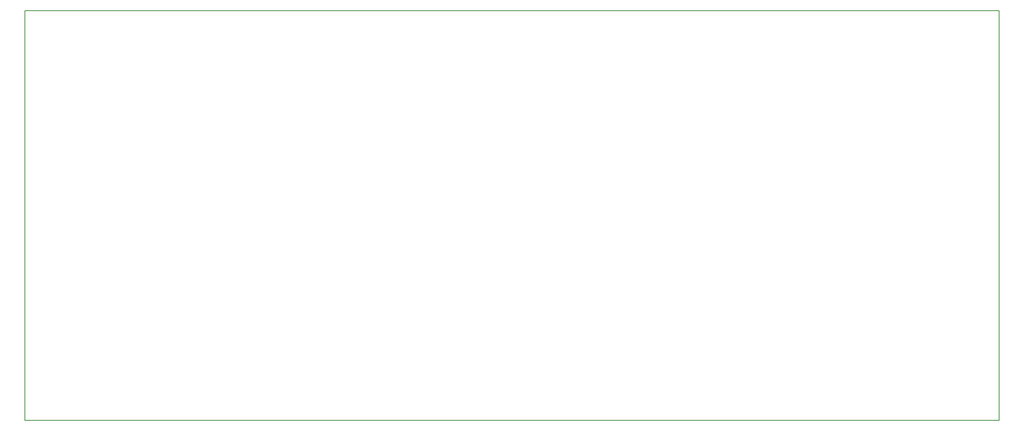
<source format=gm1>
G04 MADE WITH FRITZING*
G04 WWW.FRITZING.ORG*
G04 DOUBLE SIDED*
G04 HOLES PLATED*
G04 CONTOUR ON CENTER OF CONTOUR VECTOR*
%ASAXBY*%
%FSLAX23Y23*%
%MOIN*%
%OFA0B0*%
%SFA1.0B1.0*%
%ADD10R,8.228350X3.464570*%
%ADD11C,0.008000*%
%ADD10C,0.008*%
%LNCONTOUR*%
G90*
G70*
G54D10*
G54D11*
X4Y3461D02*
X8224Y3461D01*
X8224Y4D01*
X4Y4D01*
X4Y3461D01*
D02*
G04 End of contour*
M02*
</source>
